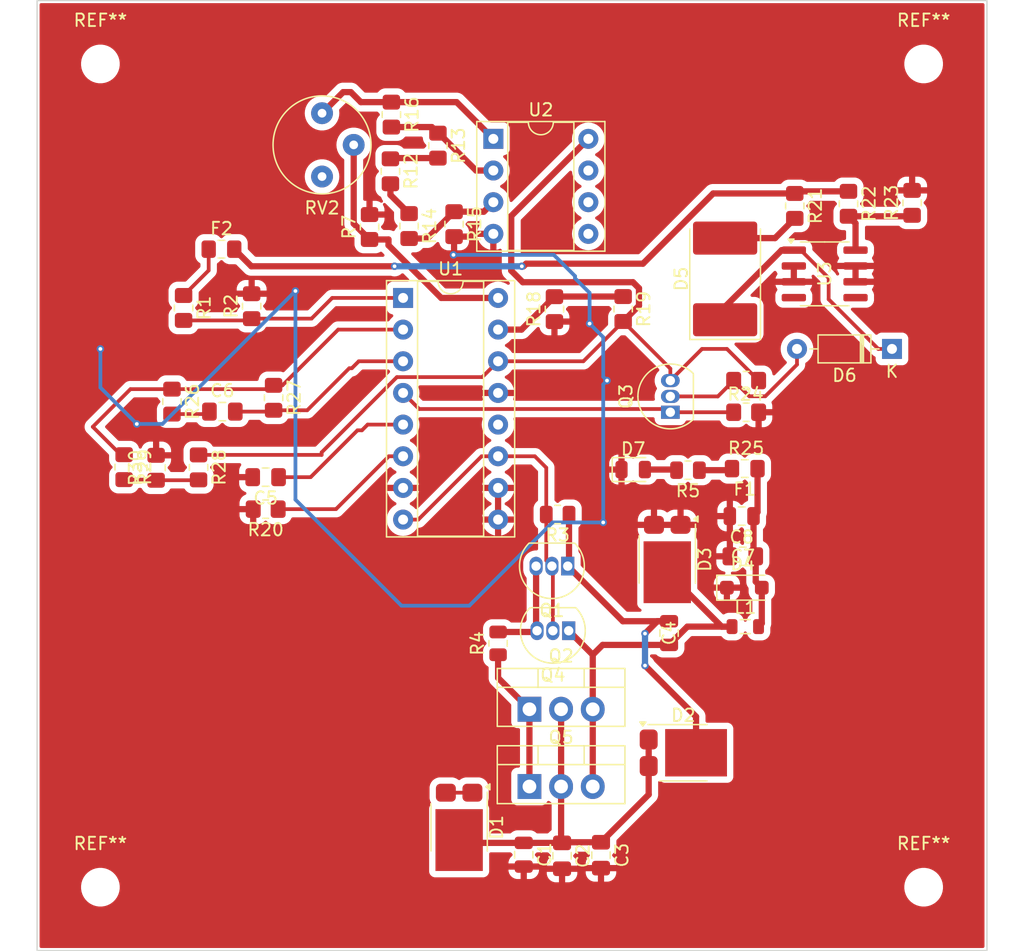
<source format=kicad_pcb>
(kicad_pcb (version 20240108) (generator "pcbnew") (generator_version "8.0")
  (title_block (company "Open Surgical Light Project - MIT Medical Device Design Spring 2024") (comment 1 "Drawn by: Edit author in Page Settings"))
  (layers (0 "F.Cu" signal) (31 "B.Cu" signal) (34 "B.Paste" user) (35 "F.Paste" user) (36 "B.SilkS" user "B.Silkscreen") (37 "F.SilkS" user "F.Silkscreen") (38 "B.Mask" user) (39 "F.Mask" user) (44 "Edge.Cuts" user))
  (property "AUTHOR" "Edit Name in Schematic setup -> Text Variables")
  (property "PROJECT_REVISION" "A01")
  (property "PROJECT_TITLE" "Template Project")
  (net 0 "")
  (net 1 "GND")
  (net 2 "Net-(D3-K)")
  (net 3 "Net-(D2-K)")
  (net 4 "Net-(D4-A2)")
  (net 5 "Net-(D1-K)")
  (net 6 "/battery_module_analog/CT")
  (net 7 "/battery_module_analog/FB")
  (net 8 "Net-(C6-Pad1)")
  (net 9 "BatteryModuleVin")
  (net 10 "Net-(D7-A)")
  (net 11 "Net-(D5-K)")
  (net 12 "Net-(D5-A)")
  (net 13 "Net-(D6-A)")
  (net 14 "VBattery")
  (net 15 "Net-(F2-Pad1)")
  (net 16 "BAT+")
  (net 17 "Net-(Q1-E)")
  (net 18 "Net-(Q2-G)")
  (net 19 "/battery_module_power/PWM Out")
  (net 20 "/battery_module_analog/VREF")
  (net 21 "/battery_module_analog/VPOut")
  (net 22 "/battery_module_analog/EA1+")
  (net 23 "/battery_module_analog/EA2+")
  (net 24 "BAT-")
  (net 25 "Net-(R12-Pad1)")
  (net 26 "Net-(U2A--)")
  (net 27 "Net-(U2A-+)")
  (net 28 "Net-(R16-Pad1)")
  (net 29 "/battery_module_analog/EA2-")
  (net 30 "/battery_module_analog/RT")
  (net 31 "Net-(U3-REF)")
  (net 32 "/battery_module_analog/EA1-")
  (net 33 "Net-(R28-Pad2)")
  (net 35 "/battery_module_analog/PWM Out")
  (net 36 "SOLAR+")
  (footprint "Inductor_SMD:L_0805_2012Metric" (layer "F.Cu") (at 183.812 101.0158)
    (property "Reference" "L1" (at 0 -1.55 0) (layer "F.SilkS"))
    (property "Value" "100uH 10.5A")
    (pad "1" smd roundrect (at -1.0625 0) (size 0.875 1.2) (layers "F.Cu" "F.Paste" "F.Mask") (net 2 "Net-(D3-K)"))
    (pad "2" smd roundrect (at 1.0625 0) (size 0.875 1.2) (layers "F.Cu" "F.Paste" "F.Mask") (net 4 "Net-(D4-A2)"))
  )
  (footprint "Package_TO_SOT_THT:TO-220-3_Vertical" (layer "F.Cu") (at 166.497 107.6452)
    (property "Reference" "Q2" (at 2.54 -4.27 360) (layer "F.SilkS"))
    (property "Value" "IRLZ44N")
    (pad "1" thru_hole rect (at 0 0) (size 1.905 2) (drill 1.1) (layers "*.Cu" "*.Mask") (net 18 "Net-(Q2-G)"))
    (pad "2" thru_hole oval (at 2.54 0) (size 1.905 2) (drill 1.1) (layers "*.Cu" "*.Mask") (net 5 "Net-(D1-K)"))
    (pad "3" thru_hole oval (at 5.08 0) (size 1.905 2) (drill 1.1) (layers "*.Cu" "*.Mask") (net 2 "Net-(D3-K)"))
  )
  (footprint "Fuse:Fuse_0805_2012Metric_Pad1.15x1.40mm_HandSolder" (layer "F.Cu") (at 141.7918 70.739)
    (property "Reference" "F2" (at 0 -1.65 0) (layer "F.SilkS"))
    (property "Value" "10A")
    (pad "1" smd roundrect (at -1.025 0) (size 1.15 1.4) (layers "F.Cu" "F.Paste" "F.Mask") (roundrect_rratio 0.217391) (net 15 "Net-(F2-Pad1)"))
    (pad "2" smd roundrect (at 1.025 0) (size 1.15 1.4) (layers "F.Cu" "F.Paste" "F.Mask") (roundrect_rratio 0.217391) (net 16 "BAT+"))
  )
  (footprint "Resistor_SMD:R_0805_2012Metric_Pad1.20x1.40mm_HandSolder" (layer "F.Cu") (at 183.88 81.28 180)
    (property "Reference" "R25" (at 0 -5.4346 180) (layer "F.SilkS"))
    (property "Value" "10K")
    (pad "1" smd roundrect (at -1 0 180) (size 1.2 1.4) (layers "F.Cu" "F.Paste" "F.Mask") (roundrect_rratio 0.208333) (net 20 "/battery_module_analog/VREF"))
    (pad "2" smd roundrect (at 1 0 180) (size 1.2 1.4) (layers "F.Cu" "F.Paste" "F.Mask") (roundrect_rratio 0.208333) (net 13 "Net-(D6-A)"))
  )
  (footprint "Resistor_SMD:R_0805_2012Metric_Pad1.20x1.40mm_HandSolder" (layer "F.Cu") (at 138.7528 75.454 -90)
    (property "Reference" "R1" (at 0 -1.65 90) (layer "F.SilkS"))
    (property "Value" "10K")
    (pad "1" smd roundrect (at -1 0 270) (size 1.2 1.4) (layers "F.Cu" "F.Paste" "F.Mask") (roundrect_rratio 0.208333) (net 15 "Net-(F2-Pad1)"))
    (pad "2" smd roundrect (at 1 0 270) (size 1.2 1.4) (layers "F.Cu" "F.Paste" "F.Mask") (roundrect_rratio 0.208333) (net 22 "/battery_module_analog/EA1+"))
  )
  (footprint "Resistor_SMD:R_0805_2012Metric_Pad1.20x1.40mm_HandSolder" (layer "F.Cu") (at 145.9738 82.661 -90)
    (property "Reference" "R27" (at 0 -1.65 90) (layer "F.SilkS"))
    (property "Value" "56k")
    (pad "1" smd roundrect (at -1 0 270) (size 1.2 1.4) (layers "F.Cu" "F.Paste" "F.Mask") (roundrect_rratio 0.208333) (net 32 "/battery_module_analog/EA1-"))
    (pad "2" smd roundrect (at 1 0 270) (size 1.2 1.4) (layers "F.Cu" "F.Paste" "F.Mask") (roundrect_rratio 0.208333) (net 7 "/battery_module_analog/FB"))
  )
  (footprint "Resistor_SMD:R_0805_2012Metric_Pad1.20x1.40mm_HandSolder" (layer "F.Cu") (at 153.67 68.96 90)
    (property "Reference" "R7" (at 0 -1.65 270) (layer "F.SilkS"))
    (property "Value" "560R")
    (pad "1" smd roundrect (at -1 0 90) (size 1.2 1.4) (layers "F.Cu" "F.Paste" "F.Mask") (roundrect_rratio 0.208333) (net 23 "/battery_module_analog/EA2+"))
    (pad "2" smd roundrect (at 1 0 90) (size 1.2 1.4) (layers "F.Cu" "F.Paste" "F.Mask") (roundrect_rratio 0.208333) (net 1 "GND"))
  )
  (footprint "Package_TO_SOT_THT:TO-92_Inline" (layer "F.Cu") (at 169.6466 101.346 180)
    (property "Reference" "Q4" (at 1.27 -3.56 180) (layer "F.SilkS"))
    (property "Value" "BC327")
    (pad "1" thru_hole rect (at 0 0 180) (size 1.05 1.5) (drill 0.75) (layers "*.Cu" "*.Mask") (net 2 "Net-(D3-K)"))
    (pad "2" thru_hole oval (at 1.27 0 180) (size 1.05 1.5) (drill 0.75) (layers "*.Cu" "*.Mask") (net 19 "/battery_module_power/PWM Out"))
    (pad "3" thru_hole oval (at 2.54 0 180) (size 1.05 1.5) (drill 0.75) (layers "*.Cu" "*.Mask") (net 17 "Net-(Q1-E)"))
  )
  (footprint "Capacitor_SMD:C_0805_2012Metric_Pad1.18x1.45mm_HandSolder" (layer "F.Cu") (at 141.8629 83.7692)
    (property "Reference" "C6" (at 0 -1.68 0) (layer "F.SilkS"))
    (property "Value" "100nF")
    (pad "1" smd roundrect (at -1.0375 0) (size 1.175 1.45) (layers "F.Cu" "F.Paste" "F.Mask") (roundrect_rratio 0.212766) (net 8 "Net-(C6-Pad1)"))
    (pad "2" smd roundrect (at 1.0375 0) (size 1.175 1.45) (layers "F.Cu" "F.Paste" "F.Mask") (roundrect_rratio 0.212766) (net 7 "/battery_module_analog/FB"))
  )
  (footprint "Package_TO_SOT_SMD:Nexperia_CFP15_SOT-1289" (layer "F.Cu") (at 178.8432 111.1352)
    (property "Reference" "D2" (at 0 -3 360) (layer "F.SilkS"))
    (property "Value" "PMEG045V150EPD")
    (pad "1" smd roundrect (at -2.78 -1.065 180) (size 1.44 1.6) (layers "F.Cu" "F.Paste" "F.Mask") (net 5 "Net-(D1-K)"))
    (pad "2" smd roundrect (at -2.78 1.065 180) (size 1.44 1.6) (layers "F.Cu" "F.Paste" "F.Mask") (net 5 "Net-(D1-K)"))
    (pad "3" smd rect (at 1.02 0 180) (size 4.96 3.8) (layers "F.Cu" "F.Mask") (net 3 "Net-(D2-K)"))
  )
  (footprint "Resistor_SMD:R_0805_2012Metric_Pad1.20x1.40mm_HandSolder" (layer "F.Cu") (at 136.5504 88.2744 90)
    (property "Reference" "R30" (at 0 -1.65 270) (layer "F.SilkS"))
    (property "Value" "10K")
    (pad "1" smd roundrect (at -1 0 90) (size 1.2 1.4) (layers "F.Cu" "F.Paste" "F.Mask") (roundrect_rratio 0.208333) (net 33 "Net-(R28-Pad2)"))
    (pad "2" smd roundrect (at 1 0 90) (size 1.2 1.4) (layers "F.Cu" "F.Paste" "F.Mask") (roundrect_rratio 0.208333) (net 1 "GND"))
  )
  (footprint "Fuse:Fuse_0805_2012Metric_Pad1.15x1.40mm_HandSolder" (layer "F.Cu") (at 183.7702 88.3412 180)
    (property "Reference" "F1" (at 0 -1.65 180) (layer "F.SilkS"))
    (property "Value" "12A")
    (pad "1" smd roundrect (at -1.025 0 180) (size 1.15 1.4) (layers "F.Cu" "F.Paste" "F.Mask") (roundrect_rratio 0.217391) (net 4 "Net-(D4-A2)"))
    (pad "2" smd roundrect (at 1.025 0 180) (size 1.15 1.4) (layers "F.Cu" "F.Paste" "F.Mask") (roundrect_rratio 0.217391) (net 14 "VBattery"))
  )
  (footprint "Resistor_SMD:R_0805_2012Metric" (layer "F.Cu") (at 163.9824 102.3601 90)
    (property "Reference" "R4" (at 0 -1.65 270) (layer "F.SilkS"))
    (property "Value" "5")
    (pad "1" smd roundrect (at -0.9125 0 90) (size 1.025 1.4) (layers "F.Cu" "F.Paste" "F.Mask") (roundrect_rratio 0.243902) (net 18 "Net-(Q2-G)"))
    (pad "2" smd roundrect (at 0.9125 0 90) (size 1.025 1.4) (layers "F.Cu" "F.Paste" "F.Mask") (roundrect_rratio 0.243902) (net 17 "Net-(Q1-E)"))
  )
  (footprint "Package_TO_SOT_THT:TO-220-3_Vertical" (layer "F.Cu") (at 166.497 113.8428)
    (property "Reference" "Q5" (at 2.54 -3.937 360) (layer "F.SilkS"))
    (property "Value" "IRLZ44N")
    (pad "1" thru_hole rect (at 0 0) (size 1.905 2) (drill 1.1) (layers "*.Cu" "*.Mask") (net 18 "Net-(Q2-G)"))
    (pad "2" thru_hole oval (at 2.54 0) (size 1.905 2) (drill 1.1) (layers "*.Cu" "*.Mask") (net 5 "Net-(D1-K)"))
    (pad "3" thru_hole oval (at 5.08 0) (size 1.905 2) (drill 1.1) (layers "*.Cu" "*.Mask") (net 2 "Net-(D3-K)"))
  )
  (footprint "Resistor_SMD:R_0805_2012Metric_Pad1.20x1.40mm_HandSolder" (layer "F.Cu") (at 139.954 88.2424 -90)
    (property "Reference" "R28" (at 0 -1.65 90) (layer "F.SilkS"))
    (property "Value" "10K")
    (pad "1" smd roundrect (at -1 0 270) (size 1.2 1.4) (layers "F.Cu" "F.Paste" "F.Mask") (roundrect_rratio 0.208333) (net 20 "/battery_module_analog/VREF"))
    (pad "2" smd roundrect (at 1 0 270) (size 1.2 1.4) (layers "F.Cu" "F.Paste" "F.Mask") (roundrect_rratio 0.208333) (net 33 "Net-(R28-Pad2)"))
  )
  (footprint "Diode_SMD:D_3220_8050Metric_Pad2.65x5.15mm_HandSolder" (layer "F.Cu") (at 182.1942 73.125 90)
    (property "Reference" "D5" (at 0 -3.52 270) (layer "F.SilkS"))
    (property "Value" "LED")
    (pad "1" smd roundrect (at -3.275 0 90) (size 2.65 5.15) (layers "F.Cu" "F.Paste" "F.Mask") (roundrect_rratio 0.09434) (net 11 "Net-(D5-K)"))
    (pad "2" smd roundrect (at 3.275 0 90) (size 2.65 5.15) (layers "F.Cu" "F.Paste" "F.Mask") (roundrect_rratio 0.09434) (net 12 "Net-(D5-A)"))
  )
  (footprint "Resistor_SMD:R_0805_2012Metric_Pad1.20x1.40mm_HandSolder" (layer "F.Cu") (at 144.2138 75.311 90)
    (property "Reference" "R2" (at 0 -1.65 270) (layer "F.SilkS"))
    (property "Value" "2.2K")
    (pad "1" smd roundrect (at -1 0 90) (size 1.2 1.4) (layers "F.Cu" "F.Paste" "F.Mask") (roundrect_rratio 0.208333) (net 22 "/battery_module_analog/EA1+"))
    (pad "2" smd roundrect (at 1 0 90) (size 1.2 1.4) (layers "F.Cu" "F.Paste" "F.Mask") (roundrect_rratio 0.208333) (net 1 "GND"))
  )
  (footprint "Resistor_SMD:R_0805_2012Metric" (layer "F.Cu") (at 179.2146 88.4682 180)
    (property "Reference" "R5" (at 0 -1.65 180) (layer "F.SilkS"))
    (property "Value" "1K")
    (pad "1" smd roundrect (at -0.9125 0 180) (size 1.025 1.4) (layers "F.Cu" "F.Paste" "F.Mask") (roundrect_rratio 0.243902) (net 14 "VBattery"))
    (pad "2" smd roundrect (at 0.9125 0 180) (size 1.025 1.4) (layers "F.Cu" "F.Paste" "F.Mask") (roundrect_rratio 0.243902) (net 10 "Net-(D7-A)"))
  )
  (footprint "Potentiometer_THT:Potentiometer_Bourns_3339P_Vertical_HandSoldering" (layer "F.Cu") (at 149.86 59.832 180)
    (property "Reference" "RV2" (at 0 -7.6 180) (layer "F.SilkS"))
    (property "Value" "10K")
    (pad "1" thru_hole circle (at 0 0 180) (size 1.75 1.75) (drill 0.7) (layers "*.Cu" "*.Mask") (net 28 "Net-(R16-Pad1)"))
    (pad "2" thru_hole circle (at -2.54 -2.54 180) (size 1.75 1.75) (drill 0.7) (layers "*.Cu" "*.Mask") (net 23 "/battery_module_analog/EA2+"))
    (pad "3" thru_hole circle (at 0 -5.08 180) (size 1.75 1.75) (drill 0.7) (layers "*.Cu" "*.Mask"))
  )
  (footprint "Resistor_SMD:R_0805_2012Metric_Pad1.20x1.40mm_HandSolder" (layer "F.Cu") (at 155.3464 64.4896 -90)
    (property "Reference" "R12" (at 0 -1.65 90) (layer "F.SilkS"))
    (property "Value" "0R1")
    (pad "1" smd roundrect (at -1 0 270) (size 1.2 1.4) (layers "F.Cu" "F.Paste" "F.Mask") (roundrect_rratio 0.208333) (net 25 "Net-(R12-Pad1)"))
    (pad "2" smd roundrect (at 1 0 270) (size 1.2 1.4) (layers "F.Cu" "F.Paste" "F.Mask") (roundrect_rratio 0.208333) (net 24 "BAT-"))
  )
  (footprint "MountingHole:MountingHole_2.5mm" (layer "F.Cu") (at 132.08 55.88)
    (property "Reference" "REF**" (at 0 -3.5 0) (layer "F.SilkS"))
    (property "Value" "MountingHole_2.5mm")
    (pad "" np_thru_hole circle (at 0 0) (size 2.5 2.5) (drill 2.5) (layers "*.Cu" "*.Mask"))
  )
  (footprint "Resistor_SMD:R_0805_2012Metric_Pad1.20x1.40mm_HandSolder" (layer "F.Cu") (at 192.0908 67.0986 -90)
    (property "Reference" "R22" (at 0 -1.65 90) (layer "F.SilkS"))
    (property "Value" "10K")
    (pad "1" smd roundrect (at -1 0 270) (size 1.2 1.4) (layers "F.Cu" "F.Paste" "F.Mask") (roundrect_rratio 0.208333) (net 16 "BAT+"))
    (pad "2" smd roundrect (at 1 0 270) (size 1.2 1.4) (layers "F.Cu" "F.Paste" "F.Mask") (roundrect_rratio 0.208333) (net 31 "Net-(U3-REF)"))
  )
  (footprint "Resistor_SMD:R_0805_2012Metric_Pad1.20x1.40mm_HandSolder" (layer "F.Cu") (at 137.8204 82.9658 -90)
    (property "Reference" "R26" (at 0 -1.65 90) (layer "F.SilkS"))
    (property "Value" "47K")
    (pad "1" smd roundrect (at -1 0 270) (size 1.2 1.4) (layers "F.Cu" "F.Paste" "F.Mask") (roundrect_rratio 0.208333) (net 32 "/battery_module_analog/EA1-"))
    (pad "2" smd roundrect (at 1 0 270) (size 1.2 1.4) (layers "F.Cu" "F.Paste" "F.Mask") (roundrect_rratio 0.208333) (net 8 "Net-(C6-Pad1)"))
  )
  (footprint "Resistor_SMD:R_0805_2012Metric_Pad1.20x1.40mm_HandSolder" (layer "F.Cu") (at 168.5036 75.5462 90)
    (property "Reference" "R18" (at 0 -1.65 270) (layer "F.SilkS"))
    (property "Value" "10K")
    (pad "1" smd roundrect (at -1 0 90) (size 1.2 1.4) (layers "F.Cu" "F.Paste" "F.Mask") (roundrect_rratio 0.208333) (net 1 "GND"))
    (pad "2" smd roundrect (at 1 0 90) (size 1.2 1.4) (layers "F.Cu" "F.Paste" "F.Mask") (roundrect_rratio 0.208333) (net 29 "/battery_module_analog/EA2-"))
  )
  (footprint "MountingHole:MountingHole_2.5mm" (layer "F.Cu") (at 198.12 121.92)
    (property "Reference" "REF**" (at 0 -3.5 0) (layer "F.SilkS"))
    (property "Value" "MountingHole_2.5mm")
    (pad "" np_thru_hole circle (at 0 0) (size 2.5 2.5) (drill 2.5) (layers "*.Cu" "*.Mask"))
  )
  (footprint "Package_DIP:DIP-16_W7.62mm_Socket" (layer "F.Cu") (at 156.3624 74.6506)
    (property "Reference" "U1" (at 3.81 -2.33 0) (layer "F.SilkS"))
    (property "Value" "TL494")
    (pad "1" thru_hole rect (at 0 0) (size 1.6 1.6) (drill 0.8) (layers "*.Cu" "*.Mask") (net 22 "/battery_module_analog/EA1+"))
    (pad "2" thru_hole oval (at 0 2.54) (size 1.6 1.6) (drill 0.8) (layers "*.Cu" "*.Mask") (net 32 "/battery_module_analog/EA1-"))
    (pad "3" thru_hole oval (at 0 5.08) (size 1.6 1.6) (drill 0.8) (layers "*.Cu" "*.Mask") (net 7 "/battery_module_analog/FB"))
    (pad "4" thru_hole oval (at 0 7.62) (size 1.6 1.6) (drill 0.8) (layers "*.Cu" "*.Mask") (net 21 "/battery_module_analog/VPOut"))
    (pad "5" thru_hole oval (at 0 10.16) (size 1.6 1.6) (drill 0.8) (layers "*.Cu" "*.Mask") (net 6 "/battery_module_analog/CT"))
    (pad "6" thru_hole oval (at 0 12.7) (size 1.6 1.6) (drill 0.8) (layers "*.Cu" "*.Mask") (net 30 "/battery_module_analog/RT"))
    (pad "7" thru_hole oval (at 0 15.24) (size 1.6 1.6) (drill 0.8) (layers "*.Cu" "*.Mask") (net 1 "GND"))
    (pad "8" thru_hole oval (at 0 17.78) (size 1.6 1.6) (drill 0.8) (layers "*.Cu" "*.Mask") (net 35 "/battery_module_analog/PWM Out"))
    (pad "9" thru_hole oval (at 7.62 17.78) (size 1.6 1.6) (drill 0.8) (layers "*.Cu" "*.Mask") (net 1 "GND"))
    (pad "10" thru_hole oval (at 7.62 15.24) (size 1.6 1.6) (drill 0.8) (layers "*.Cu" "*.Mask") (net 1 "GND"))
    (pad "11" thru_hole oval (at 7.62 12.7) (size 1.6 1.6) (drill 0.8) (layers "*.Cu" "*.Mask") (net 35 "/battery_module_analog/PWM Out"))
    (pad "12" thru_hole oval (at 7.62 10.16) (size 1.6 1.6) (drill 0.8) (layers "*.Cu" "*.Mask") (net 36 "SOLAR+"))
    (pad "13" thru_hole oval (at 7.62 7.62) (size 1.6 1.6) (drill 0.8) (layers "*.Cu" "*.Mask") (net 1 "GND"))
    (pad "14" thru_hole oval (at 7.62 5.08) (size 1.6 1.6) (drill 0.8) (layers "*.Cu" "*.Mask") (net 20 "/battery_module_analog/VREF"))
    (pad "15" thru_hole oval (at 7.62 2.54) (size 1.6 1.6) (drill 0.8) (layers "*.Cu" "*.Mask") (net 29 "/battery_module_analog/EA2-"))
    (pad "16" thru_hole oval (at 7.62 0) (size 1.6 1.6) (drill 0.8) (layers "*.Cu" "*.Mask") (net 23 "/battery_module_analog/EA2+"))
  )
  (footprint "Resistor_SMD:R_0805_2012Metric_Pad1.20x1.40mm_HandSolder" (layer "F.Cu") (at 197.1962 67.0224 90)
    (property "Reference" "R23" (at 0 -1.65 270) (layer "F.SilkS"))
    (property "Value" "2K")
    (pad "1" smd roundrect (at -1 0 90) (size 1.2 1.4) (layers "F.Cu" "F.Paste" "F.Mask") (roundrect_rratio 0.208333) (net 31 "Net-(U3-REF)"))
    (pad "2" smd roundrect (at 1 0 90) (size 1.2 1.4) (layers "F.Cu" "F.Paste" "F.Mask") (roundrect_rratio 0.208333) (net 1 "GND"))
  )
  (footprint "Package_TO_SOT_SMD:Nexperia_CFP15_SOT-1289" (layer "F.Cu") (at 177.5534 95.6328 -90)
    (property "Reference" "D3" (at 0 -3 90) (layer "F.SilkS"))
    (property "Value" "PMEG045V150EPD")
    (pad "1" smd roundrect (at -2.78 -1.065 90) (size 1.44 1.6) (layers "F.Cu" "F.Paste" "F.Mask") (net 1 "GND"))
    (pad "2" smd roundrect (at -2.78 1.065 90) (size 1.44 1.6) (layers "F.Cu" "F.Paste" "F.Mask") (net 1 "GND"))
    (pad "3" smd rect (at 1.02 0 90) (size 4.96 3.8) (layers "F.Cu" "F.Mask") (net 2 "Net-(D3-K)"))
  )
  (footprint "Package_TO_SOT_SMD:Nexperia_CFP15_SOT-1289" (layer "F.Cu") (at 160.8582 117.119 -90)
    (property "Reference" "D1" (at 0 -3 90) (layer "F.SilkS"))
    (property "Value" "PMEG045V150EPD")
    (pad "1" smd roundrect (at -2.78 -1.065 90) (size 1.44 1.6) (layers "F.Cu" "F.Paste" "F.Mask") (net 9 "BatteryModuleVin"))
    (pad "2" smd roundrect (at -2.78 1.065 90) (size 1.44 1.6) (layers "F.Cu" "F.Paste" "F.Mask") (net 9 "BatteryModuleVin"))
    (pad "3" smd rect (at 1.02 0 90) (size 4.96 3.8) (layers "F.Cu" "F.Mask") (net 5 "Net-(D1-K)"))
  )
  (footprint "Capacitor_SMD:C_0805_2012Metric_Pad1.18x1.45mm_HandSolder" (layer "F.Cu") (at 172.2374 119.3507 -90)
    (property "Reference" "C3" (at 0 -1.68 90) (layer "F.SilkS"))
    (property "Value" "470uF")
    (pad "1" smd roundrect (at -1.0375 0 270) (size 1.175 1.45) (layers "F.Cu" "F.Paste" "F.Mask") (roundrect_rratio 0.212766) (net 5 "Net-(D1-K)"))
    (pad "2" smd roundrect (at 1.0375 0 270) (size 1.175 1.45) (layers "F.Cu" "F.Paste" "F.Mask") (roundrect_rratio 0.212766) (net 1 "GND"))
  )
  (footprint "Package_TO_SOT_THT:TO-92_Inline" (layer "F.Cu") (at 169.5704 96.1644 180)
    (property "Reference" "Q1" (at 1.27 -3.56 180) (layer "F.SilkS"))
    (property "Value" "BC337")
    (pad "1" thru_hole rect (at 0 0 180) (size 1.05 1.5) (drill 0.75) (layers "*.Cu" "*.Mask") (net 3 "Net-(D2-K)"))
    (pad "2" thru_hole oval (at 1.27 0 180) (size 1.05 1.5) (drill 0.75) (layers "*.Cu" "*.Mask") (net 19 "/battery_module_power/PWM Out"))
    (pad "3" thru_hole oval (at 2.54 0 180) (size 1.05 1.5) (drill 0.75) (layers "*.Cu" "*.Mask") (net 17 "Net-(Q1-E)"))
  )
  (footprint "Resistor_SMD:R_0805_2012Metric_Pad1.20x1.40mm_HandSolder" (layer "F.Cu") (at 160.4518 68.7314 -90)
    (property "Reference" "R15" (at 0 -1.65 90) (layer "F.SilkS"))
    (property "Value" "47K")
    (pad "1" smd roundrect (at -1 0 270) (size 1.2 1.4) (layers "F.Cu" "F.Paste" "F.Mask") (roundrect_rratio 0.208333) (net 27 "Net-(U2A-+)"))
    (pad "2" smd roundrect (at 1 0 270) (size 1.2 1.4) (layers "F.Cu" "F.Paste" "F.Mask") (roundrect_rratio 0.208333) (net 1 "GND"))
  )
  (footprint "Package_TO_SOT_THT:TO-92_Inline" (layer "F.Cu") (at 177.8 83.82 90)
    (property "Reference" "Q3" (at 1.27 -3.56 270) (layer "F.SilkS"))
    (property "Value" "BC557")
    (pad "1" thru_hole rect (at 0 0 90) (size 1.05 1.5) (drill 0.75) (layers "*.Cu" "*.Mask") (net 21 "/battery_module_analog/VPOut"))
    (pad "2" thru_hole oval (at 1.27 0 90) (size 1.05 1.5) (drill 0.75) (layers "*.Cu" "*.Mask") (net 13 "Net-(D6-A)"))
    (pad "3" thru_hole oval (at 2.54 0 90) (size 1.05 1.5) (drill 0.75) (layers "*.Cu" "*.Mask") (net 20 "/battery_module_analog/VREF"))
  )
  (footprint "LED_SMD:LED_0805_2012Metric" (layer "F.Cu") (at 174.8204 88.4174)
    (property "Reference" "D7" (at 0 -1.65 0) (layer "F.SilkS"))
    (property "Value" "LED Green")
    (pad "1" smd roundrect (at -0.9375 0) (size 0.975 1.4) (layers "F.Cu" "F.Paste" "F.Mask") (net 1 "GND"))
    (pad "2" smd roundrect (at 0.9375 0) (size 0.975 1.4) (layers "F.Cu" "F.Paste" "F.Mask") (net 10 "Net-(D7-A)"))
  )
  (footprint "Resistor_SMD:R_0805_2012Metric" (layer "F.Cu") (at 168.7595 92.0242 180)
    (property "Reference" "R3" (at 0 -1.65 180) (layer "F.SilkS"))
    (property "Value" "2k2")
    (pad "1" smd roundrect (at -0.9125 0 180) (size 1.025 1.4) (layers "F.Cu" "F.Paste" "F.Mask") (roundrect_rratio 0.243902) (net 3 "Net-(D2-K)"))
    (pad "2" smd roundrect (at 0.9125 0 180) (size 1.025 1.4) (layers "F.Cu" "F.Paste" "F.Mask") (roundrect_rratio 0.243902) (net 19 "/battery_module_power/PWM Out"))
  )
  (footprint "Capacitor_SMD:C_0805_2012Metric_Pad1.18x1.45mm_HandSolder" (layer "F.Cu") (at 183.6127 95.377 180)
    (property "Reference" "C7" (at 0 0 180) (layer "F.SilkS"))
    (property "Value" "22uF")
    (pad "1" smd roundrect (at -1.0375 0 180) (size 1.175 1.45) (layers "F.Cu" "F.Paste" "F.Mask") (roundrect_rratio 0.212766) (net 4 "Net-(D4-A2)"))
    (pad "2" smd roundrect (at 1.0375 0 180) (size 1.175 1.45) (layers "F.Cu" "F.Paste" "F.Mask") (roundrect_rratio 0.212766) (net 1 "GND"))
  )
  (footprint "Package_SO:SOIC-8_3.9x4.9mm_P1.27mm" (layer "F.Cu") (at 190.181 72.7202)
    (property "Reference" "U3" (at 0 0 90) (layer "F.SilkS"))
    (property "Value" "TL431D")
    (pad "1" smd roundrect (at -2.475 -1.905) (size 1.95 0.6) (layers "F.Cu" "F.Paste" "F.Mask") (net 11 "Net-(D5-K)"))
    (pad "2" smd roundrect (at -2.475 -0.635) (size 1.95 0.6) (layers "F.Cu" "F.Paste" "F.Mask") (net 1 "GND"))
    (pad "3" smd roundrect (at -2.475 0.635) (size 1.95 0.6) (layers "F.Cu" "F.Paste" "F.Mask") (net 1 "GND"))
    (pad "4" smd roundrect (at -2.475 1.905) (size 1.95 0.6) (layers "F.Cu" "F.Paste" "F.Mask"))
    (pad "5" smd roundrect (at 2.475 1.905) (size 1.95 0.6) (layers "F.Cu" "F.Paste" "F.Mask"))
    (pad "6" smd roundrect (at 2.475 0.635) (size 1.95 0.6) (layers "F.Cu" "F.Paste" "F.Mask") (net 1 "GND"))
    (pad "7" smd roundrect (at 2.475 -0.635) (size 1.95 0.6) (layers "F.Cu" "F.Paste" "F.Mask") (net 1 "GND"))
    (pad "8" smd roundrect (at 2.475 -1.905) (size 1.95 0.6) (layers "F.Cu" "F.Paste" "F.Mask") (net 31 "Net-(U3-REF)"))
  )
  (footprint "Package_DIP:DIP-8_W7.62mm_Socket" (layer "F.Cu") (at 163.6014 61.8894)
    (property "Reference" "U2" (at 3.81 -2.33 0) (layer "F.SilkS"))
    (property "Value" "LM358")
    (pad "1" thru_hole rect (at 0 0) (size 1.6 1.6) (drill 0.8) (layers "*.Cu" "*.Mask") (net 28 "Net-(R16-Pad1)"))
    (pad "2" thru_hole oval (at 0 2.54) (size 1.6 1.6) (drill 0.8) (layers "*.Cu" "*.Mask") (net 26 "Net-(U2A--)"))
    (pad "3" thru_hole oval (at 0 5.08) (size 1.6 1.6) (drill 0.8) (layers "*.Cu" "*.Mask") (net 27 "Net-(U2A-+)"))
    (pad "4" thru_hole oval (at 0 7.62) (size 1.6 1.6) (drill 0.8) (layers "*.Cu" "*.Mask") (net 1 "GND"))
    (pad "5" thru_hole oval (at 7.62 7.62) (size 1.6 1.6) (drill 0.8) (layers "*.Cu" "*.Mask"))
    (pad "6" thru_hole oval (at 7.62 5.08) (size 1.6 1.6) (drill 0.8) (layers "*.Cu" "*.Mask"))
    (pad "7" thru_hole oval (at 7.62 2.54) (size 1.6 1.6) (drill 0.8) (layers "*.Cu" "*.Mask"))
    (pad "8" thru_hole oval (at 7.62 0) (size 1.6 1.6) (drill 0.8) (layers "*.Cu" "*.Mask") (net 20 "/battery_module_analog/VREF"))
  )
  (footprint "Capacitor_SMD:C_0805_2012Metric_Pad1.18x1.45mm_HandSolder" (layer "F.Cu") (at 169.1132 119.4015 -90)
    (property "Reference" "C2" (at 0 -1.68 90) (layer "F.SilkS"))
    (property "Value" "470uF")
    (pad "1" smd roundrect (at -1.0375 0 270) (size 1.175 1.45) (layers "F.Cu" "F.Paste" "F.Mask") (roundrect_rratio 0.212766) (net 5 "Net-(D1-K)"))
    (pad "2" smd roundrect (at 1.0375 0 270) (size 1.175 1.45) (layers "F.Cu" "F.Paste" "F.Mask") (roundrect_rratio 0.212766) (net 1 "GND"))
  )
  (footprint "Resistor_SMD:R_0805_2012Metric_Pad1.20x1.40mm_HandSolder" (layer "F.Cu") (at 155.4226 59.943 -90)
    (property "Reference" "R16" (at 0 -1.65 90) (layer "F.SilkS"))
    (property "Value" "47K")
    (pad "1" smd roundrect (at -1 0 270) (size 1.2 1.4) (layers "F.Cu" "F.Paste" "F.Mask") (roundrect_rratio 0.208333) (net 28 "Net-(R16-Pad1)"))
    (pad "2" smd roundrect (at 1 0 270) (size 1.2 1.4) (layers "F.Cu" "F.Paste" "F.Mask") (roundrect_rratio 0.208333) (net 26 "Net-(U2A--)"))
  )
  (footprint "Resistor_SMD:R_0805_2012Metric_Pad1.20x1.40mm_HandSolder" (layer "F.Cu") (at 133.985 88.2236 -90)
    (property "Reference" "R29" (at 0 -1.65 90) (layer "F.SilkS"))
    (property "Value" "1K")
    (pad "1" smd roundrect (at -1 0 270) (size 1.2 1.4) (layers "F.Cu" "F.Paste" "F.Mask") (roundrect_rratio 0.208333) (net 32 "/battery_module_analog/EA1-"))
    (pad "2" smd roundrect (at 1 0 270) (size 1.2 1.4) (layers "F.Cu" "F.Paste" "F.Mask") (roundrect_rratio 0.208333) (net 33 "Net-(R28-Pad2)"))
  )
  (footprint "Resistor_SMD:R_0805_2012Metric_Pad1.20x1.40mm_HandSolder" (layer "F.Cu") (at 183.88 83.82)
    (property "Reference" "R24" (at -0.0416 -1.4478 360) (layer "F.SilkS"))
    (property "Value" "2K2")
    (pad "1" smd roundrect (at -1 0) (size 1.2 1.4) (layers "F.Cu" "F.Paste" "F.Mask") (roundrect_rratio 0.208333) (net 21 "/battery_module_analog/VPOut"))
    (pad "2" smd roundrect (at 1 0) (size 1.2 1.4) (layers "F.Cu" "F.Paste" "F.Mask") (roundrect_rratio 0.208333) (net 1 "GND"))
  )
  (footprint "Capacitor_SMD:C_0805_2012Metric_Pad1.18x1.45mm_HandSolder" (layer "F.Cu") (at 145.3349 89.027 180)
    (property "Reference" "C5" (at 0 -1.68 180) (layer "F.SilkS"))
    (property "Value" "1nF")
    (pad "1" smd roundrect (at -1.0375 0 180) (size 1.175 1.45) (layers "F.Cu" "F.Paste" "F.Mask") (roundrect_rratio 0.212766) (net 6 "/battery_module_analog/CT"))
    (pad "2" smd roundrect (at 1.0375 0 180) (size 1.175 1.45) (layers "F.Cu" "F.Paste" "F.Mask") (roundrect_rratio 0.212766) (net 1 "GND"))
  )
  (footprint "MountingHole:MountingHole_2.5mm" (layer "F.Cu") (at 132.08 121.92)
    (property "Reference" "REF**" (at 0 -3.5 0) (layer "F.SilkS"))
    (property "Value" "MountingHole_2.5mm")
    (pad "" np_thru_hole circle (at 0 0) (size 2.5 2.5) (drill 2.5) (layers "*.Cu" "*.Mask"))
  )
  (footprint "Resistor_SMD:R_0805_2012Metric_Pad1.20x1.40mm_HandSolder" (layer "F.Cu") (at 156.845 68.8838 -90)
    (property "Reference" "R14" (at 0 -1.65 90) (layer "F.SilkS"))
    (property "Value" "2K")
    (pad "1" smd roundrect (at -1 0 270) (size 1.2 1.4) (layers "F.Cu" "F.Paste" "F.Mask") (roundrect_rratio 0.208333) (net 24 "BAT-"))
    (pad "2" smd roundrect (at 1 0 270) (size 1.2 1.4) (layers "F.Cu" "F.Paste" "F.Mask") (roundrect_rratio 0.208333) (net 27 "Net-(U2A-+)"))
  )
  (footprint "Resistor_SMD:R_0805_2012Metric_Pad1.20x1.40mm_HandSolder" (layer "F.Cu") (at 145.3388 91.5924 180)
    (property "Reference" "R20" (at 0 -1.65 180) (layer "F.SilkS"))
    (property "Value" "39K")
    (pad "1" smd roundrect (at -1 0 180) (size 1.2 1.4) (layers "F.Cu" "F.Paste" "F.Mask") (roundrect_rratio 0.208333) (net 30 "/battery_module_analog/RT"))
    (pad "2" smd roundrect (at 1 0 180) (size 1.2 1.4) (layers "F.Cu" "F.Paste" "F.Mask") (roundrect_rratio 0.208333) (net 1 "GND"))
  )
  (footprint "Capacitor_SMD:C_0805_2012Metric" (layer "F.Cu") (at 177.6984 101.534 -90)
    (property "Reference" "C4" (at 0 0 90) (layer "F.SilkS"))
    (property "Value" "0.1uF")
    (pad "1" smd roundrect (at -0.95 0 270) (size 1 1.45) (layers "F.Cu" "F.Paste" "F.Mask") (net 3 "Net-(D2-K)"))
    (pad "2" smd roundrect (at 0.95 0 270) (size 1 1.45) (layers "F.Cu" "F.Paste" "F.Mask") (net 2 "Net-(D3-K)"))
  )
  (footprint "MountingHole:MountingHole_2.5mm" (layer "F.Cu") (at 198.12 55.88)
    (property "Reference" "REF**" (at 0 -3.5 0) (layer "F.SilkS"))
    (property "Value" "MountingHole_2.5mm")
    (pad "" np_thru_hole circle (at 0 0) (size 2.5 2.5) (drill 2.5) (layers "*.Cu" "*.Mask"))
  )
  (footprint "Capacitor_SMD:C_0805_2012Metric" (layer "F.Cu") (at 183.5224 92.1512 180)
    (property "Reference" "C8" (at 0 -1.68 180) (layer "F.SilkS"))
    (property "Value" "0.1uF")
    (pad "1" smd roundrect (at -0.95 0 180) (size 1 1.45) (layers "F.Cu" "F.Paste" "F.Mask") (net 4 "Net-(D4-A2)"))
    (pad "2" smd roundrect (at 0.95 0 180) (size 1 1.45) (layers "F.Cu" "F.Paste" "F.Mask") (net 1 "GND"))
  )
  (footprint "Resistor_SMD:R_0805_2012Metric_Pad1.20x1.40mm_HandSolder" (layer "F.Cu") (at 159.1564 62.4322 -90)
    (property "Reference" "R13" (at 0 -1.65 90) (layer "F.SilkS"))
    (property "Value" "2K")
    (pad "1" smd roundrect (at -1 0 270) (size 1.2 1.4) (layers "F.Cu" "F.Paste" "F.Mask") (roundrect_rratio 0.208333) (net 26 "Net-(U2A--)"))
    (pad "2" smd roundrect (at 1 0 270) (size 1.2 1.4) (layers "F.Cu" "F.Paste" "F.Mask") (roundrect_rratio 0.208333) (net 25 "Net-(R12-Pad1)"))
  )
  (footprint "Capacitor_SMD:C_0805_2012Metric" (layer "F.Cu") (at 166.0398 119.314 -90)
    (property "Reference" "C1" (at 0 -1.68 90) (layer "F.SilkS"))
    (property "Value" "0.1uF")
    (pad "1" smd roundrect (at -0.95 0 270) (size 1 1.45) (layers "F.Cu" "F.Paste" "F.Mask") (net 5 "Net-(D1-K)"))
    (pad "2" smd roundrect (at 0.95 0 270) (size 1 1.45) (layers "F.Cu" "F.Paste" "F.Mask") (net 1 "GND"))
  )
  (footprint "Resistor_SMD:R_0805_2012Metric_Pad1.20x1.40mm_HandSolder" (layer "F.Cu") (at 174.0154 75.5396 -90)
    (property "Reference" "R19" (at 0 -1.65 90) (layer "F.SilkS"))
    (property "Value" "10K")
    (pad "1" smd roundrect (at -1 0 270) (size 1.2 1.4) (layers "F.Cu" "F.Paste" "F.Mask") (roundrect_rratio 0.208333) (net 29 "/battery_module_analog/EA2-"))
    (pad "2" smd roundrect (at 1 0 270) (size 1.2 1.4) (layers "F.Cu" "F.Paste" "F.Mask") (roundrect_rratio 0.208333) (net 20 "/battery_module_analog/VREF"))
  )
  (footprint "Diode_SMD:D_SOD-123F" (layer "F.Cu") (at 183.7358 97.8916)
    (property "Reference" "D4" (at -0.127 -1.905 0) (layer "F.SilkS"))
    (property "Value" "SZSMF4L15CAT3G")
    (pad "1" smd roundrect (at -1.4 0) (size 1.1 1.1) (layers "F.Cu" "F.Paste" "F.Mask") (roundrect_rratio 0.2272727273) (net 1 "GND"))
    (pad "2" smd roundrect (at 1.4 0) (size 1.1 1.1) (layers "F.Cu" "F.Paste" "F.Mask") (roundrect_rratio 0.2272727273) (net 4 "Net-(D4-A2)"))
  )
  (footprint "Diode_THT:D_DO-35_SOD27_P7.62mm_Horizontal" (layer "F.Cu") (at 195.58 78.74 180)
    (property "Reference" "D6" (at 3.81 -2.12 180) (layer "F.SilkS"))
    (property "Value" "1N4148")
    (fp_text user "K" (at 0 -1.8 180) (layer "F.SilkS"))
    (pad "1" thru_hole rect (at 0 0 180) (size 1.6 1.6) (drill 0.8) (layers "*.Cu" "*.Mask") (net 11 "Net-(D5-K)"))
    (pad "2" thru_hole oval (at 7.62 0 180) (size 1.6 1.6) (drill 0.8) (layers "*.Cu" "*.Mask") (net 13 "Net-(D6-A)"))
  )
  (footprint "Resistor_SMD:R_0805_2012Metric_Pad1.20x1.40mm_HandSolder" (layer "F.Cu") (at 187.7822 67.2686 -90)
    (property "Reference" "R21" (at 0 -1.65 90) (layer "F.SilkS"))
    (property "Value" "2K2")
    (pad "1" smd roundrect (at -1 0 270) (size 1.2 1.4) (layers "F.Cu" "F.Paste" "F.Mask") (roundrect_rratio 0.208333) (net 16 "BAT+"))
    (pad "2" smd roundrect (at 1 0 270) (size 1.2 1.4) (layers "F.Cu" "F.Paste" "F.Mask") (roundrect_rratio 0.208333) (net 12 "Net-(D5-A)"))
  )
  (gr_rect (start 127 50.8) (end 203.2 127) (stroke (width 0.1)) (fill none) (layer "Edge.Cuts"))
  (via (at 171.323 76.708) (size 0.6) (drill 0.3) (layers "F.Cu" "B.Cu") (net 1))
  (via (at 147.7264 74.0918) (size 0.6) (drill 0.3) (layers "F.Cu" "B.Cu") (net 1))
  (via (at 160.401 71.1962) (size 0.6) (drill 0.3) (layers "F.Cu" "B.Cu") (net 1))
  (via (at 132.08 78.74) (size 0.6) (drill 0.3) (layers "F.Cu" "B.Cu") (net 1))
  (via (at 172.72 81.28) (size 0.6) (drill 0.3) (layers "F.Cu" "B.Cu") (net 1))
  (via (at 135.001 84.7598) (size 0.6) (drill 0.3) (layers "F.Cu" "B.Cu") (net 1))
  (via (at 172.4152 92.6592) (size 0.6) (drill 0.3) (layers "F.Cu" "B.Cu") (net 1))
  (segment (start 132.08 81.8388) (end 135.001 84.7598) (width 0.3) (layer "B.Cu") (net 1))
  (segment (start 168.4528 71.1962) (end 170.1546 72.898) (width 0.3) (layer "B.Cu") (net 1))
  (segment (start 135.001 84.7598) (end 137.0584 84.7598) (width 0.3) (layer "B.Cu") (net 1))
  (segment (start 171.323 74.2442) (end 171.323 76.708) (width 0.3) (layer "B.Cu") (net 1))
  (segment (start 172.4152 92.6592) (end 172.4152 81.5848) (width 0.3) (layer "B.Cu") (net 1))
  (segment (start 147.7264 90.8304) (end 156.2354 99.3394) (width 0.3) (layer "B.Cu") (net 1))
  (segment (start 137.0584 84.7598) (end 147.7264 74.0918) (width 0.3) (layer "B.Cu") (net 1))
  (segment (start 172.4152 80.9752) (end 172.4152 77.8002) (width 0.3) (layer "B.Cu") (net 1))
  (segment (start 147.7264 74.0918) (end 147.7264 90.8304) (width 0.3) (layer "B.Cu") (net 1))
  (segment (start 172.4152 81.5848) (end 172.72 81.28) (width 0.3) (layer "B.Cu") (net 1))
  (segment (start 156.2354 99.3394) (end 161.671 99.3394) (width 0.3) (layer "B.Cu") (net 1))
  (segment (start 132.08 78.74) (end 132.08 81.8388) (width 0.3) (layer "B.Cu") (net 1))
  (segment (start 172.72 81.28) (end 172.4152 80.9752) (width 0.3) (layer "B.Cu") (net 1))
  (segment (start 170.1546 72.898) (end 170.1546 73.0758) (width 0.3) (layer "B.Cu") (net 1))
  (segment (start 168.3512 92.6592) (end 172.4152 92.6592) (width 0.3) (layer "B.Cu") (net 1))
  (segment (start 160.401 71.1962) (end 168.4528 71.1962) (width 0.3) (layer "B.Cu") (net 1))
  (segment (start 161.671 99.3394) (end 168.3512 92.6592) (width 0.3) (layer "B.Cu") (net 1))
  (segment (start 172.4152 77.8002) (end 171.323 76.708) (width 0.3) (layer "B.Cu") (net 1))
  (segment (start 170.1546 73.0758) (end 171.323 74.2442) (width 0.3) (layer "B.Cu") (net 1))
  (segment (start 181.9164 101.0158) (end 182.7495 101.0158) (width 0.5) (layer "F.Cu") (net 2))
  (segment (start 177.5534 96.6528) (end 181.9164 101.0158) (width 0.5) (layer "F.Cu") (net 2))
  (segment (start 177.6984 102.484) (end 172.3694 102.484) (width 0.5) (layer "F.Cu") (net 2))
  (segment (start 177.8254 102.611) (end 177.6984 102.484) (width 0.5) (layer "F.Cu") (net 2))
  (segment (start 179.1666 101.0158) (end 177.6984 102.484) (width 0.5) (layer "F.Cu") (net 2))
  (segment (start 171.577 107.6452) (end 171.577 103.2764) (width 0.5) (layer "F.Cu") (net 2))
  (segment (start 172.3694 102.484) (end 171.577 103.2764) (width 0.5) (layer "F.Cu") (net 2))
  (segment (start 171.577 107.6452) (end 171.577 113.8428) (width 0.5) (layer "F.Cu") (net 2))
  (segment (start 171.577 103.2764) (end 169.6466 101.346) (width 0.5) (layer "F.Cu") (net 2))
  (segment (start 182.7495 101.0158) (end 179.1666 101.0158) (width 0.5) (layer "F.Cu") (net 2))
  (segment (start 176.7586 100.584) (end 175.768 101.5746) (width 0.5) (layer "F.Cu") (net 3))
  (segment (start 179.8632 108.2352) (end 179.8632 111.1352) (width 0.5) (layer "F.Cu") (net 3))
  (segment (start 177.7238 100.584) (end 177.927 100.7872) (width 0.5) (layer "F.Cu") (net 3))
  (segment (start 177.7238 100.584) (end 176.8094 100.584) (width 0.5) (layer "F.Cu") (net 3))
  (segment (start 175.768 104.14) (end 179.8632 108.2352) (width 0.5) (layer "F.Cu") (net 3))
  (segment (start 169.672 92.0242) (end 169.672 96.0628) (width 0.5) (layer "F.Cu") (net 3))
  (segment (start 169.672 96.0628) (end 169.5704 96.1644) (width 0.5) (layer "F.Cu") (net 3))
  (segment (start 173.99 100.584) (end 169.5704 96.1644) (width 0.5) (layer "F.Cu") (net 3))
  (segment (start 177.6984 100.584) (end 177.7238 100.584) (width 0.5) (layer "F.Cu") (net 3))
  (segment (start 177.6984 100.584) (end 176.8094 100.584) (width 0.5) (layer "F.Cu") (net 3))
  (segment (start 177.6984 100.584) (end 176.7586 100.584) (width 0.5) (layer "F.Cu") (net 3))
  (segment (start 176.8094 100.584) (end 173.99 100.584) (width 0.5) (layer "F.Cu") (net 3))
  (via blind (at 175.768 101.5746) (size 0.6) (drill 0.3) (layers "F.Cu" "B.Cu") (net 3))
  (via blind (at 175.768 104.14) (size 0.6) (drill 0.3) (layers "F.Cu" "B.Cu") (net 3))
  (segment (start 175.768 101.5746) (end 175.768 104.14) (width 0.5) (layer "B.Cu") (net 3))
  (segment (start 185.1358 97.8916) (end 185.1358 100.7545) (width 0.5) (layer "F.Cu") (net 4))
  (segment (start 184.6502 97.406) (end 185.1358 97.8916) (width 0.5) (layer "F.Cu") (net 4))
  (segment (start 184.4724 92.1512) (end 184.4724 95.1992) (width 0.5) (layer "F.Cu") (net 4))
  (segment (start 184.7952 91.8284) (end 184.4724 92.1512) (width 0.5) (layer "F.Cu") (net 4))
  (segment (start 184.7952 88.3412) (end 184.7952 91.8284) (width 0.5) (layer "F.Cu") (net 4))
  (segment (start 184.6502 95.377) (end 184.6502 97.406) (width 0.5) (layer "F.Cu") (net 4))
  (segment (start 184.4724 95.1992) (end 184.6502 95.377) (width 0.5) (layer "F.Cu") (net 4))
  (segment (start 185.1358 100.7545) (end 184.8745 101.0158) (width 0.5) (layer "F.Cu") (net 4))
  (segment (start 161.0832 118.364) (end 160.8582 118.139) (width 0.5) (layer "F.Cu") (net 5))
  (segment (start 176.0632 112.2002) (end 176.0632 114.4874) (width 0.5) (layer "F.Cu") (net 5))
  (segment (start 169.037 107.6452) (end 169.037 113.8428) (width 0.5) (layer "F.Cu") (net 5))
  (segment (start 169.037 118.2878) (end 169.1132 118.364) (width 0.5) (layer "F.Cu") (net 5))
  (segment (start 172.2374 118.3132) (end 169.164 118.3132) (width 0.5) (layer "F.Cu") (net 5))
  (segment (start 176.0632 114.4874) (end 172.2374 118.3132) (width 0.5) (layer "F.Cu") (net 5))
  (segment (start 169.037 113.8428) (end 169.037 118.2878) (width 0.5) (layer "F.Cu") (net 5))
  (segment (start 176.0632 112.2002) (end 176.0632 110.0702) (width 0.5) (layer "F.Cu") (net 5))
  (segment (start 169.164 118.3132) (end 169.1132 118.364) (width 0.5) (layer "F.Cu") (net 5))
  (segment (start 166.0398 118.364) (end 161.0832 118.364) (width 0.5) (layer "F.Cu") (net 5))
  (segment (start 169.1132 118.364) (end 166.0398 118.364) (width 0.5) (layer "F.Cu") (net 5))
  (segment (start 152.7048 85.2678) (end 153.0604 85.2678) (width 0.3) (layer "F.Cu") (net 6))
  (segment (start 153.5176 84.8106) (end 156.3624 84.8106) (width 0.3) (layer "F.Cu") (net 6))
  (segment (start 148.9456 89.027) (end 152.7048 85.2678) (width 0.3) (layer "F.Cu") (net 6))
  (segment (start 153.0604 85.2678) (end 153.5176 84.8106) (width 0.3) (layer "F.Cu") (net 6))
  (segment (start 146.3724 89.027) (end 148.9456 89.027) (width 0.3) (layer "F.Cu") (net 6))
  (segment (start 148.6728 83.661) (end 152.0444 80.2894) (width 0.3) (layer "F.Cu") (net 7))
  (segment (start 152.8064 79.7306) (end 156.3624 79.7306) (width 0.3) (layer "F.Cu") (net 7))
  (segment (start 145.8656 83.7692) (end 145.9738 83.661) (width 0.3) (layer "F.Cu") (net 7))
  (segment (start 142.9004 83.7692) (end 145.8656 83.7692) (width 0.3) (layer "F.Cu") (net 7))
  (segment (start 152.0444 80.2894) (end 152.2476 80.2894) (width 0.3) (layer "F.Cu") (net 7))
  (segment (start 145.9738 83.661) (end 148.6728 83.661) (width 0.3) (layer "F.Cu") (net 7))
  (segment (start 152.2476 80.2894) (end 152.8064 79.7306) (width 0.3) (layer "F.Cu") (net 7))
  (segment (start 137.8204 83.9658) (end 140.6288 83.9658) (width 0.3) (layer "F.Cu") (net 8))
  (segment (start 140.6288 83.9658) (end 140.8254 83.7692) (width 0.3) (layer "F.Cu") (net 8))
  (segment (start 159.7932 114.339) (end 161.9232 114.339) (width 0.3) (layer "F.Cu") (net 9))
  (segment (start 175.7579 88.4174) (end 178.2513 88.4174) (width 0.5) (layer "F.Cu") (net 10))
  (segment (start 178.2513 88.4174) (end 178.3021 88.4682) (width 0.5) (layer "F.Cu") (net 10))
  (segment (start 182.1942 75.352001) (end 182.1942 76.4) (width 0.5) (layer "F.Cu") (net 11))
  (segment (start 187.706 70.8152) (end 186.731001 70.8152) (width 0.5) (layer "F.Cu") (net 11))
  (segment (start 195.58 78.74) (end 194.48 78.74) (width 0.3) (layer "F.Cu") (net 11))
  (segment (start 190.5 73.051516) (end 188.263684 70.8152) (width 0.3) (layer "F.Cu") (net 11))
  (segment (start 194.48 78.74) (end 190.5 74.76) (width 0.3) (layer "F.Cu") (net 11))
  (segment (start 190.5 74.76) (end 190.5 73.051516) (width 0.3) (layer "F.Cu") (net 11))
  (segment (start 186.731001 70.8152) (end 182.1942 75.352001) (width 0.5) (layer "F.Cu") (net 11))
  (segment (start 188.263684 70.8152) (end 187.706 70.8152) (width 0.3) (layer "F.Cu") (net 11))
  (segment (start 182.1942 69.85) (end 186.2008 69.85) (width 0.5) (layer "F.Cu") (net 12))
  (segment (start 186.2008 69.85) (end 187.7822 68.2686) (width 0.5) (layer "F.Cu") (net 12))
  (segment (start 182.88 81.28) (end 184.136878 82.536878) (width 0.3) (layer "F.Cu") (net 13))
  (segment (start 185.42 82.536878) (end 187.96 79.996878) (width 0.3) (layer "F.Cu") (net 13))
  (segment (start 184.136878 82.536878) (end 185.42 82.536878) (width 0.3) (layer "F.Cu") (net 13))
  (segment (start 177.8 82.55) (end 181.61 82.55) (width 0.3) (layer "F.Cu") (net 13))
  (segment (start 187.96 79.996878) (end 187.96 78.74) (width 0.3) (layer "F.Cu") (net 13))
  (segment (start 181.61 82.55) (end 182.88 81.28) (width 0.3) (layer "F.Cu") (net 13))
  (segment (start 182.6182 88.4682) (end 182.7452 88.3412) (width 0.5) (layer "F.Cu") (net 14))
  (segment (start 180.1271 88.4682) (end 182.6182 88.4682) (width 0.5) (layer "F.Cu") (net 14))
  (segment (start 140.7668 70.739) (end 140.7668 72.44) (width 0.3) (layer "F.Cu") (net 15))
  (segment (start 140.7668 72.44) (end 138.7528 74.454) (width 0.3) (layer "F.Cu") (net 15))
  (segment (start 187.9522 66.0986) (end 187.7822 66.2686) (width 0.5) (layer "F.Cu") (net 16))
  (segment (start 175.603192 71.90271) (end 181.237302 66.2686) (width 0.5) (layer "F.Cu") (net 16))
  (segment (start 165.8874 72.1106) (end 166.024578 72.1106) (width 0.5) (layer "F.Cu") (net 16))
  (segment (start 142.8168 70.739) (end 144.1884 72.1106) (width 0.5) (layer "F.Cu") (net 16))
  (segment (start 166.024578 72.1106) (end 166.232468 71.90271) (width 0.5) (layer "F.Cu") (net 16))
  (segment (start 175.603192 71.90271) (end 166.232468 71.90271) (width 0.5) (layer "F.Cu") (net 16))
  (segment (start 144.1884 72.1106) (end 155.6766 72.1106) (width 0.5) (layer "F.Cu") (net 16))
  (segment (start 181.237302 66.2686) (end 187.7822 66.2686) (width 0.5) (layer "F.Cu") (net 16))
  (segment (start 192.0908 66.0986) (end 187.9522 66.0986) (width 0.5) (layer "F.Cu") (net 16))
  (via blind (at 165.8874 72.1106) (size 0.6) (drill 0.3) (layers "F.Cu" "B.Cu") (net 16))
  (via blind (at 155.6766 72.1106) (size 0.6) (drill 0.3) (layers "F.Cu" "B.Cu") (net 16))
  (segment (start 155.6766 72.1106) (end 165.8874 72.1106) (width 0.5) (layer "B.Cu") (net 16))
  (segment (start 167.0304 101.2698) (end 167.1066 101.346) (width 0.5) (layer "F.Cu") (net 17))
  (segment (start 167.005 101.4476) (end 167.1066 101.346) (width 0.5) (layer "F.Cu") (net 17))
  (segment (start 167.0304 96.1644) (end 167.0304 101.2698) (width 0.5) (layer "F.Cu") (net 17))
  (segment (start 163.9824 101.4476) (end 167.005 101.4476) (width 0.5) (layer "F.Cu") (net 17))
  (segment (start 163.9824 103.2726) (end 163.9824 105.1306) (width 0.5) (layer "F.Cu") (net 18))
  (segment (start 163.9824 105.1306) (end 166.497 107.6452) (width 0.5) (layer "F.Cu") (net 18))
  (segment (start 166.497 107.6452) (end 166.497 113.8428) (width 0.5) (layer "F.Cu") (net 18))
  (segment (start 166.5986 113.9444) (end 166.5986 114.1984) (width 0.5) (layer "F.Cu") (net 18))
  (segment (start 166.9288 87.3506) (end 163.9824 87.3506) (width 0.3) (layer "F.Cu") (net 19))
  (segment (start 168.3766 101.346) (end 168.5544 101.346) (width 0.3) (layer "F.Cu") (net 19))
  (segment (start 167.847 95.711) (end 168.3004 96.1644) (width 0.3) (layer "F.Cu") (net 19))
  (segment (start 167.847 88.2688) (end 166.9288 87.3506) (width 0.3) (layer "F.Cu") (net 19))
  (segment (start 168.3766 96.2406) (end 168.3004 96.1644) (width 0.3) (layer "F.Cu") (net 19))
  (segment (start 167.847 92.0242) (end 167.847 88.2688) (width 0.3) (layer "F.Cu") (net 19))
  (segment (start 167.847 92.0242) (end 167.847 95.711) (width 0.3) (layer "F.Cu") (net 19))
  (segment (start 168.3766 101.346) (end 168.3766 96.2406) (width 0.3) (layer "F.Cu") (net 19))
  (segment (start 165.964318 73.3896) (end 165.0374 72.462682) (width 0.5) (layer "F.Cu") (net 20))
  (segment (start 182.34 78.74) (end 184.88 81.28) (width 0.3) (layer "F.Cu") (net 20))
  (segment (start 165.0374 72.462682) (end 165.0374 68.0734) (width 0.5) (layer "F.Cu") (net 20))
  (segment (start 177.8 80.3242) (end 174.0154 76.5396) (width 0.3) (layer "F.Cu") (net 20))
  (segment (start 162.7124 81.0006) (end 163.9824 79.7306) (width 0.3) (layer "F.Cu") (net 20))
  (segment (start 177.8 81.28) (end 177.8 80.3242) (width 0.3) (layer "F.Cu") (net 20))
  (segment (start 163.9824 79.7306) (end 170.8244 79.7306) (width 0.3) (layer "F.Cu") (net 20))
  (segment (start 174.0154 76.5396) (end 175.2854 75.2696) (width 0.5) (layer "F.Cu") (net 20))
  (segment (start 155.864633 81.0006) (end 162.7124 81.0006) (width 0.3) (layer "F.Cu") (net 20))
  (segment (start 180.34 78.74) (end 182.34 78.74) (width 0.3) (layer "F.Cu") (net 20))
  (segment (start 149.830722 87.034511) (end 155.864633 81.0006) (width 0.3) (layer "F.Cu") (net 20))
  (segment (start 149.830722 87.2424) (end 149.830722 87.034511) (width 0.3) (layer "F.Cu") (net 20))
  (segment (start 170.8244 79.7306) (end 174.0154 76.5396) (width 0.3) (layer "F.Cu") (net 20))
  (segment (start 174.803698 73.3896) (end 165.964318 73.3896) (width 0.5) (layer "F.Cu") (net 20))
  (segment (start 165.0374 68.0734) (end 171.2214 61.8894) (width 0.5) (layer "F.Cu") (net 20))
  (segment (start 177.8 81.28) (end 180.34 78.74) (width 0.3) (layer "F.Cu") (net 20))
  (segment (start 175.2854 75.2696) (end 175.2854 73.871302) (width 0.5) (layer "F.Cu") (net 20))
  (segment (start 139.954 87.2424) (end 149.830722 87.2424) (width 0.3) (layer "F.Cu") (net 20))
  (segment (start 175.2854 73.871302) (end 174.803698 73.3896) (width 0.5) (layer "F.Cu") (net 20))
  (segment (start 177.5406 83.5606) (end 177.8 83.82) (width 0.3) (layer "F.Cu") (net 21))
  (segment (start 177.8 83.82) (end 182.88 83.82) (width 0.3) (layer "F.Cu") (net 21))
  (segment (start 157.6524 83.5606) (end 177.5406 83.5606) (width 0.3) (layer "F.Cu") (net 21))
  (segment (start 156.3624 82.2706) (end 157.6524 83.5606) (width 0.3) (layer "F.Cu") (net 21))
  (segment (start 144.0708 76.454) (end 144.2138 76.311) (width 0.3) (layer "F.Cu") (net 22))
  (segment (start 138.7528 76.454) (end 144.0708 76.454) (width 0.3) (layer "F.Cu") (net 22))
  (segment (start 144.2138 76.311) (end 149.0124 76.311) (width 0.3) (layer "F.Cu") (net 22))
  (segment (start 149.0124 76.311) (end 150.6728 74.6506) (width 0.3) (layer "F.Cu") (net 22))
  (segment (start 150.6728 74.6506) (end 156.3624 74.6506) (width 0.3) (layer "F.Cu") (net 22))
  (segment (start 153.67 69.96) (end 152.4 68.69) (width 0.5) (layer "F.Cu") (net 23))
  (segment (start 159.418682 74.6506) (end 163.9824 74.6506) (width 0.5) (layer "F.Cu") (net 23))
  (segment (start 155.190792 70.42271) (end 159.418682 74.6506) (width 0.5) (layer "F.Cu") (net 23))
  (segment (start 153.67 69.690408) (end 153.67 69.96) (width 0.5) (layer "F.Cu") (net 23))
  (segment (start 153.67 69.96) (end 155.190792 69.96) (width 0.5) (layer "F.Cu") (net 23))
  (segment (start 155.190792 69.96) (end 155.190792 70.42271) (width 0.5) (layer "F.Cu") (net 23))
  (segment (start 152.4 68.69) (end 152.4 62.372) (width 0.5) (layer "F.Cu") (net 23))
  (segment (start 155.3464 66.3852) (end 156.845 67.8838) (width 0.5) (layer "F.Cu") (net 24))
  (segment (start 155.3464 65.4896) (end 155.3464 66.3852) (width 0.5) (layer "F.Cu") (net 24))
  (segment (start 159.1564 63.4322) (end 155.4038 63.4322) (width 0.5) (layer "F.Cu") (net 25))
  (segment (start 155.4038 63.4322) (end 155.3464 63.4896) (width 0.5) (layer "F.Cu") (net 25))
  (segment (start 162.2194 64.4294) (end 163.6014 64.4294) (width 0.5) (layer "F.Cu") (net 26))
  (segment (start 158.6672 60.943) (end 159.1564 61.4322) (width 0.5) (layer "F.Cu") (net 26))
  (segment (start 159.2222 61.4322) (end 162.2194 64.4294) (width 0.5) (layer "F.Cu") (net 26))
  (segment (start 155.4226 60.943) (end 158.6672 60.943) (width 0.5) (layer "F.Cu") (net 26))
  (segment (start 159.1564 61.4322) (end 159.2222 61.4322) (width 0.5) (layer "F.Cu") (net 26))
  (segment (start 160.4518 67.7314) (end 162.8394 67.7314) (width 0.5) (layer "F.Cu") (net 27))
  (segment (start 156.845 69.8838) (end 158.2994 69.8838) (width 0.5) (layer "F.Cu") (net 27))
  (segment (start 158.2994 69.8838) (end 160.4518 67.7314) (width 0.5) (layer "F.Cu") (net 27))
  (segment (start 162.8394 67.7314) (end 163.6014 66.9694) (width 0.5) (layer "F.Cu") (net 27))
  (segment (start 151.5514 58.1406) (end 152.1714 58.1406) (width 0.5) (layer "F.Cu") (net 28))
  (segment (start 160.655 58.943) (end 163.6014 61.8894) (width 0.5) (layer "F.Cu") (net 28))
  (segment (start 152.1714 58.1406) (end 152.9738 58.943) (width 0.5) (layer "F.Cu") (net 28))
  (segment (start 152.9738 58.943) (end 155.4226 58.943) (width 0.5) (layer "F.Cu") (net 28))
  (segment (start 155.4226 58.943) (end 160.655 58.943) (width 0.5) (layer "F.Cu") (net 28))
  (segment (start 149.86 59.832) (end 151.5514 58.1406) (width 0.5) (layer "F.Cu") (net 28))
  (segment (start 165.8592 77.1906) (end 168.5036 74.5462) (width 0.5) (layer "F.Cu") (net 29))
  (segment (start 168.5102 74.5396) (end 168.5036 74.5462) (width 0.5) (layer "F.Cu") (net 29))
  (segment (start 174.0154 74.5396) (end 168.5102 74.5396) (width 0.5) (layer "F.Cu") (net 29))
  (segment (start 163.9824 77.1906) (end 165.8592 77.1906) (width 0.5) (layer "F.Cu") (net 29))
  (segment (start 155.2194 87.3506) (end 156.3624 87.3506) (width 0.3) (layer "F.Cu") (net 30))
  (segment (start 150.9776 91.5924) (end 155.2194 87.3506) (width 0.3) (layer "F.Cu") (net 30))
  (segment (start 146.3388 91.5924) (end 150.9776 91.5924) (width 0.3) (layer "F.Cu") (net 30))
  (segment (start 192.656 70.8152) (end 192.656 68.6638) (width 0.5) (layer "F.Cu") (net 31))
  (segment (start 192.656 68.6638) (end 192.0908 68.0986) (width 0.5) (layer "F.Cu") (net 31))
  (segment (start 192.0908 68.0986) (end 197.12 68.0986) (width 0.5) (layer "F.Cu") (net 31))
  (segment (start 197.12 68.0986) (end 197.1962 68.0224) (width 0.5) (layer "F.Cu") (net 31))
  (segment (start 145.669 81.9658) (end 145.9738 81.661) (width 0.3) (layer "F.Cu") (net 32))
  (segment (start 145.9738 81.661) (end 146.685 81.661) (width 0.3) (layer "F.Cu") (net 32))
  (segment (start 137.8204 81.9658) (end 134.493 81.9658) (width 0.3) (layer "F.Cu") (net 32))
  (segment (start 134.493 81.9658) (end 131.4704 84.9884) (width 0.3) (layer "F.Cu") (net 32))
  (segment (start 137.8204 81.9658) (end 145.669 81.9658) (width 0.3) (layer "F.Cu") (net 32))
  (segment (start 133.7056 87.2236) (end 133.985 87.2236) (width 0.3) (layer "F.Cu") (net 32))
  (segment (start 146.685 81.661) (end 151.1554 77.1906) (width 0.3) (layer "F.Cu") (net 32))
  (segment (start 131.4704 84.9884) (end 133.7056 87.2236) (width 0.3) (layer "F.Cu") (net 32))
  (segment (start 151.1554 77.1906) (end 156.3624 77.1906) (width 0.3) (layer "F.Cu") (net 32))
  (segment (start 136.4996 89.2236) (end 136.5504 89.2744) (width 0.3) (layer "F.Cu") (net 33))
  (segment (start 139.922 89.2744) (end 139.954 89.2424) (width 0.3) (layer "F.Cu") (net 33))
  (segment (start 133.985 89.2236) (end 136.4996 89.2236) (width 0.3) (layer "F.Cu") (net 33))
  (segment (start 136.5504 89.2744) (end 139.922 89.2744) (width 0.3) (layer "F.Cu") (net 33))
  (segment (start 157.5816 92.4306) (end 162.6616 87.3506) (width 0.3) (layer "F.Cu") (net 35))
  (segment (start 162.6616 87.3506) (end 163.5294 87.3506) (width 0.3) (layer "F.Cu") (net 35))
  (segment (start 156.3624 92.4306) (end 157.5816 92.4306) (width 0.3) (layer "F.Cu") (net 35))
  (zone (net 1) (net_name "GND") (layer "F.Cu") (priority 1) (connect_pads (clearance 0.508)) (min_thickness 0.25) (fill yes (thermal_gap 0.5) (thermal_bridge_width 0.5))
    (polygon (pts (xy 127 50.8) (xy 203.2 50.8) (xy 203.2 127) (xy 127 127)))
  )
)
</source>
